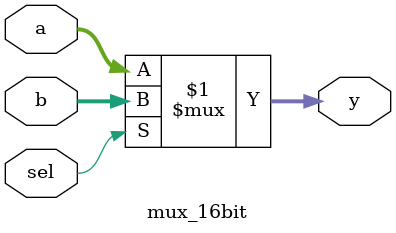
<source format=v>
module mux_16bit (y, a, b, sel);

output [15:0] y;

input [15:0] a, b;
input sel;

wire [15:0] y, a, b;
wire sel;

assign y = (sel) ? b : a;

endmodule

</source>
